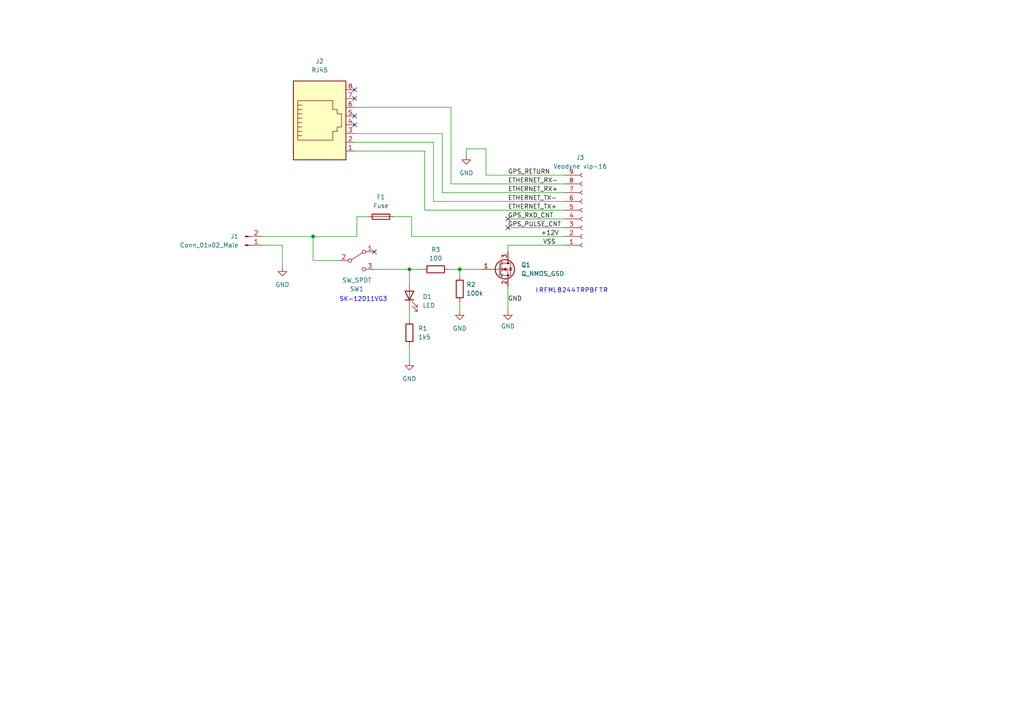
<source format=kicad_sch>
(kicad_sch (version 20211123) (generator eeschema)
  (paper "A4")
  (lib_symbols
    (symbol "Connector:Conn_01x02_Male" (pin_names (offset 1.016) hide)
      (property "Reference" "J" (at 0 2.54 0))
      (property "Value" "Conn_01x02_Male" (at 0 -5.08 0))
      (symbol "Conn_01x02_Male_1_1"
        (polyline (pts (xy 1.27 -2.54) (xy 0.8636 -2.54)) (stroke (width 0.1524)))
        (polyline (pts (xy 1.27 0) (xy 0.8636 0)) (stroke (width 0.1524)))
        (rectangle (start 0.8636 -2.413) (end 0 -2.667) (stroke (width 0.1524)) (fill (type outline)))
        (rectangle (start 0.8636 0.127) (end 0 -0.127) (stroke (width 0.1524)) (fill (type outline)))
        (pin passive line (at 5.08 0 180) (length 3.81) (name "Pin_1") (number "1"))
        (pin passive line (at 5.08 -2.54 180) (length 3.81) (name "Pin_2") (number "2"))
      )
    )
    (symbol "Connector:Conn_01x09_Female" (pin_names (offset 1.016) hide)
      (property "Reference" "J" (at 0 12.7 0))
      (property "Value" "Conn_01x09_Female" (at 0 -12.7 0))
      (symbol "Conn_01x09_Female_1_1"
        (arc (start 0 -9.652) (mid -0.508 -10.16) (end 0 -10.668) (stroke (width 0.1524)))
        (arc (start 0 -7.112) (mid -0.508 -7.62) (end 0 -8.128) (stroke (width 0.1524)))
        (arc (start 0 -4.572) (mid -0.508 -5.08) (end 0 -5.588) (stroke (width 0.1524)))
        (arc (start 0 -2.032) (mid -0.508 -2.54) (end 0 -3.048) (stroke (width 0.1524)))
        (polyline (pts (xy -1.27 -10.16) (xy -0.508 -10.16)) (stroke (width 0.1524)))
        (polyline (pts (xy -1.27 -7.62) (xy -0.508 -7.62)) (stroke (width 0.1524)))
        (polyline (pts (xy -1.27 -5.08) (xy -0.508 -5.08)) (stroke (width 0.1524)))
        (polyline (pts (xy -1.27 -2.54) (xy -0.508 -2.54)) (stroke (width 0.1524)))
        (polyline (pts (xy -1.27 0) (xy -0.508 0)) (stroke (width 0.1524)))
        (polyline (pts (xy -1.27 2.54) (xy -0.508 2.54)) (stroke (width 0.1524)))
        (polyline (pts (xy -1.27 5.08) (xy -0.508 5.08)) (stroke (width 0.1524)))
        (polyline (pts (xy -1.27 7.62) (xy -0.508 7.62)) (stroke (width 0.1524)))
        (polyline (pts (xy -1.27 10.16) (xy -0.508 10.16)) (stroke (width 0.1524)))
        (arc (start 0 0.508) (mid -0.508 0) (end 0 -0.508) (stroke (width 0.1524)))
        (arc (start 0 3.048) (mid -0.508 2.54) (end 0 2.032) (stroke (width 0.1524)))
        (arc (start 0 5.588) (mid -0.508 5.08) (end 0 4.572) (stroke (width 0.1524)))
        (arc (start 0 8.128) (mid -0.508 7.62) (end 0 7.112) (stroke (width 0.1524)))
        (arc (start 0 10.668) (mid -0.508 10.16) (end 0 9.652) (stroke (width 0.1524)))
        (pin passive line (at -5.08 10.16 0) (length 3.81) (name "Pin_1") (number "1"))
        (pin passive line (at -5.08 7.62 0) (length 3.81) (name "Pin_2") (number "2"))
        (pin passive line (at -5.08 5.08 0) (length 3.81) (name "Pin_3") (number "3"))
        (pin passive line (at -5.08 2.54 0) (length 3.81) (name "Pin_4") (number "4"))
        (pin passive line (at -5.08 0 0) (length 3.81) (name "Pin_5") (number "5"))
        (pin passive line (at -5.08 -2.54 0) (length 3.81) (name "Pin_6") (number "6"))
        (pin passive line (at -5.08 -5.08 0) (length 3.81) (name "Pin_7") (number "7"))
        (pin passive line (at -5.08 -7.62 0) (length 3.81) (name "Pin_8") (number "8"))
        (pin passive line (at -5.08 -10.16 0) (length 3.81) (name "Pin_9") (number "9"))
      )
    )
    (symbol "Connector:RJ45" (pin_names (offset 1.016))
      (property "Reference" "J" (at -5.08 13.97 0))
      (property "Value" "RJ45" (at 2.54 13.97 0))
      (symbol "RJ45_0_1"
        (polyline (pts (xy -5.08 4.445) (xy -6.35 4.445)))
        (polyline (pts (xy -5.08 5.715) (xy -6.35 5.715)))
        (polyline (pts (xy -6.35 -3.175) (xy -5.08 -3.175) (xy -5.08 -3.175)))
        (polyline (pts (xy -6.35 -1.905) (xy -5.08 -1.905) (xy -5.08 -1.905)))
        (polyline (pts (xy -6.35 -0.635) (xy -5.08 -0.635) (xy -5.08 -0.635)))
        (polyline (pts (xy -6.35 0.635) (xy -5.08 0.635) (xy -5.08 0.635)))
        (polyline (pts (xy -6.35 1.905) (xy -5.08 1.905) (xy -5.08 1.905)))
        (polyline (pts (xy -5.08 3.175) (xy -6.35 3.175) (xy -6.35 3.175)))
        (polyline (pts (xy -6.35 -4.445) (xy -6.35 6.985) (xy 3.81 6.985) (xy 3.81 4.445) (xy 5.08 4.445) (xy 5.08 3.175) (xy 6.35 3.175) (xy 6.35 -0.635) (xy 5.08 -0.635) (xy 5.08 -1.905) (xy 3.81 -1.905) (xy 3.81 -4.445) (xy -6.35 -4.445) (xy -6.35 -4.445)))
        (rectangle (start 7.62 12.7) (end -7.62 -10.16) (stroke (width 0.254)) (fill (type background)))
      )
      (symbol "RJ45_1_1"
        (pin passive line (at 10.16 -7.62 180) (length 2.54) (name "~") (number "1"))
        (pin passive line (at 10.16 -5.08 180) (length 2.54) (name "~") (number "2"))
        (pin passive line (at 10.16 -2.54 180) (length 2.54) (name "~") (number "3"))
        (pin passive line (at 10.16 0 180) (length 2.54) (name "~") (number "4"))
        (pin passive line (at 10.16 2.54 180) (length 2.54) (name "~") (number "5"))
        (pin passive line (at 10.16 5.08 180) (length 2.54) (name "~") (number "6"))
        (pin passive line (at 10.16 7.62 180) (length 2.54) (name "~") (number "7"))
        (pin passive line (at 10.16 10.16 180) (length 2.54) (name "~") (number "8"))
      )
    )
    (symbol "Device:Fuse" (pin_numbers hide) (pin_names (offset 0))
      (property "Reference" "F" (at 2.032 0 90))
      (property "Value" "Fuse" (at -1.905 0 90))
      (symbol "Fuse_0_1"
        (rectangle (start -0.762 -2.54) (end 0.762 2.54) (stroke (width 0.254)))
        (polyline (pts (xy 0 2.54) (xy 0 -2.54)))
      )
      (symbol "Fuse_1_1"
        (pin passive line (at 0 3.81 270) (length 1.27) (name "~") (number "1"))
        (pin passive line (at 0 -3.81 90) (length 1.27) (name "~") (number "2"))
      )
    )
    (symbol "Device:LED" (pin_numbers hide) (pin_names (offset 1.016) hide)
      (property "Reference" "D" (at 0 2.54 0))
      (property "Value" "LED" (at 0 -2.54 0))
      (symbol "LED_0_1"
        (polyline (pts (xy -1.27 -1.27) (xy -1.27 1.27)) (stroke (width 0.254)))
        (polyline (pts (xy -1.27 0) (xy 1.27 0)))
        (polyline (pts (xy 1.27 -1.27) (xy 1.27 1.27) (xy -1.27 0) (xy 1.27 -1.27)) (stroke (width 0.254)))
        (polyline (pts (xy -3.048 -0.762) (xy -4.572 -2.286) (xy -3.81 -2.286) (xy -4.572 -2.286) (xy -4.572 -1.524)))
        (polyline (pts (xy -1.778 -0.762) (xy -3.302 -2.286) (xy -2.54 -2.286) (xy -3.302 -2.286) (xy -3.302 -1.524)))
      )
      (symbol "LED_1_1"
        (pin passive line (at -3.81 0 0) (length 2.54) (name "K") (number "1"))
        (pin passive line (at 3.81 0 180) (length 2.54) (name "A") (number "2"))
      )
    )
    (symbol "Device:Q_NMOS_GSD" (pin_names (offset 0) hide)
      (property "Reference" "Q" (at 5.08 1.27 0))
      (property "Value" "Q_NMOS_GSD" (at 5.08 -1.27 0))
      (symbol "Q_NMOS_GSD_0_1"
        (polyline (pts (xy 0.254 0) (xy -2.54 0)))
        (polyline (pts (xy 0.254 1.905) (xy 0.254 -1.905)) (stroke (width 0.254)))
        (polyline (pts (xy 0.762 -1.27) (xy 0.762 -2.286)) (stroke (width 0.254)))
        (polyline (pts (xy 0.762 0.508) (xy 0.762 -0.508)) (stroke (width 0.254)))
        (polyline (pts (xy 0.762 2.286) (xy 0.762 1.27)) (stroke (width 0.254)))
        (polyline (pts (xy 2.54 2.54) (xy 2.54 1.778)))
        (polyline (pts (xy 2.54 -2.54) (xy 2.54 0) (xy 0.762 0)))
        (polyline (pts (xy 0.762 -1.778) (xy 3.302 -1.778) (xy 3.302 1.778) (xy 0.762 1.778)))
        (polyline (pts (xy 1.016 0) (xy 2.032 0.381) (xy 2.032 -0.381) (xy 1.016 0)) (fill (type outline)))
        (polyline (pts (xy 2.794 0.508) (xy 2.921 0.381) (xy 3.683 0.381) (xy 3.81 0.254)))
        (polyline (pts (xy 3.302 0.381) (xy 2.921 -0.254) (xy 3.683 -0.254) (xy 3.302 0.381)))
        (circle (center 1.651 0) (radius 2.794) (stroke (width 0.254)))
        (circle (center 2.54 -1.778) (radius 0.254) (fill (type outline)))
        (circle (center 2.54 1.778) (radius 0.254) (fill (type outline)))
      )
      (symbol "Q_NMOS_GSD_1_1"
        (pin input line (at -5.08 0 0) (length 2.54) (name "G") (number "1"))
        (pin passive line (at 2.54 -5.08 90) (length 2.54) (name "S") (number "2"))
        (pin passive line (at 2.54 5.08 270) (length 2.54) (name "D") (number "3"))
      )
    )
    (symbol "Device:R" (pin_numbers hide) (pin_names (offset 0))
      (property "Reference" "R" (at 2.032 0 90))
      (property "Value" "R" (at 0 0 90))
      (symbol "R_0_1"
        (rectangle (start -1.016 -2.54) (end 1.016 2.54) (stroke (width 0.254)))
      )
      (symbol "R_1_1"
        (pin passive line (at 0 3.81 270) (length 1.27) (name "~") (number "1"))
        (pin passive line (at 0 -3.81 90) (length 1.27) (name "~") (number "2"))
      )
    )
    (symbol "Switch:SW_SPDT" (pin_names (offset 0) hide)
      (property "Reference" "SW" (at 0 4.318 0))
      (property "Value" "SW_SPDT" (at 0 -5.08 0))
      (symbol "SW_SPDT_0_0"
        (circle (center -2.032 0) (radius 0.508))
        (circle (center 2.032 -2.54) (radius 0.508))
      )
      (symbol "SW_SPDT_0_1"
        (polyline (pts (xy -1.524 0.254) (xy 1.651 2.286)))
        (circle (center 2.032 2.54) (radius 0.508))
      )
      (symbol "SW_SPDT_1_1"
        (pin passive line (at 5.08 2.54 180) (length 2.54) (name "A") (number "1"))
        (pin passive line (at -5.08 0 0) (length 2.54) (name "B") (number "2"))
        (pin passive line (at 5.08 -2.54 180) (length 2.54) (name "C") (number "3"))
      )
    )
    (symbol "power:GND" (power) (pin_names (offset 0))
      (property "Value" "GND" (at 0 -3.81 0))
      (symbol "GND_0_1"
        (polyline (pts (xy 0 0) (xy 0 -1.27) (xy 1.27 -1.27) (xy 0 -2.54) (xy -1.27 -1.27) (xy 0 -1.27)))
      )
      (symbol "GND_1_1"
        (pin power_in line (at 0 0 270) (length 0) hide (name "GND") (number "1"))
      )
    )
  )
  (junction (at 133.35 78.105))
  (junction (at 90.805 68.58))
  (junction (at 118.745 78.105))
  (no_connect (at 147.32 66.04))
  (no_connect (at 147.32 63.5))
  (no_connect (at 102.87 36.195))
  (no_connect (at 102.87 26.035))
  (no_connect (at 102.87 28.575))
  (no_connect (at 102.87 33.655))
  (no_connect (at 108.585 73.025))
  (wire (pts (xy 90.805 68.58) (xy 103.505 68.58)))
  (wire (pts (xy 128.27 55.88) (xy 128.27 38.735)))
  (wire (pts (xy 125.73 58.42) (xy 125.73 41.275)))
  (wire (pts (xy 135.255 43.18) (xy 140.97 43.18)))
  (wire (pts (xy 128.27 38.735) (xy 102.87 38.735)))
  (wire (pts (xy 98.425 75.565) (xy 90.805 75.565)))
  (wire (pts (xy 108.585 78.105) (xy 118.745 78.105)))
  (wire (pts (xy 76.2 68.58) (xy 90.805 68.58)))
  (wire (pts (xy 119.38 62.865) (xy 119.38 68.58)))
  (wire (pts (xy 133.35 78.105) (xy 139.7 78.105)))
  (wire (pts (xy 128.27 55.88) (xy 163.83 55.88)))
  (wire (pts (xy 130.81 53.34) (xy 163.83 53.34)))
  (wire (pts (xy 130.175 78.105) (xy 133.35 78.105)))
  (wire (pts (xy 135.255 45.085) (xy 135.255 43.18)))
  (wire (pts (xy 103.505 62.865) (xy 106.68 62.865)))
  (wire (pts (xy 118.745 78.105) (xy 118.745 81.915)))
  (wire (pts (xy 123.19 60.96) (xy 163.83 60.96)))
  (wire (pts (xy 130.81 31.115) (xy 102.87 31.115)))
  (wire (pts (xy 123.19 60.96) (xy 123.19 43.815)))
  (wire (pts (xy 114.3 62.865) (xy 119.38 62.865)))
  (wire (pts (xy 140.97 50.8) (xy 163.83 50.8)))
  (wire (pts (xy 76.2 71.12) (xy 81.915 71.12)))
  (wire (pts (xy 130.81 53.34) (xy 130.81 31.115)))
  (wire (pts (xy 147.32 71.12) (xy 147.32 73.025)))
  (wire (pts (xy 133.35 78.105) (xy 133.35 80.01)))
  (wire (pts (xy 140.97 43.18) (xy 140.97 50.8)))
  (wire (pts (xy 123.19 43.815) (xy 102.87 43.815)))
  (wire (pts (xy 81.915 71.12) (xy 81.915 77.47)))
  (wire (pts (xy 103.505 68.58) (xy 103.505 62.865)))
  (wire (pts (xy 147.32 63.5) (xy 163.83 63.5)))
  (wire (pts (xy 133.35 87.63) (xy 133.35 90.17)))
  (wire (pts (xy 118.745 78.105) (xy 122.555 78.105)))
  (wire (pts (xy 118.745 100.33) (xy 118.745 104.775)))
  (wire (pts (xy 147.32 71.12) (xy 163.83 71.12)))
  (wire (pts (xy 125.73 41.275) (xy 102.87 41.275)))
  (wire (pts (xy 90.805 75.565) (xy 90.805 68.58)))
  (wire (pts (xy 118.745 89.535) (xy 118.745 92.71)))
  (wire (pts (xy 125.73 58.42) (xy 163.83 58.42)))
  (wire (pts (xy 147.32 66.04) (xy 163.83 66.04)))
  (wire (pts (xy 119.38 68.58) (xy 163.83 68.58)))
  (wire (pts (xy 147.32 83.185) (xy 147.32 90.17)))
  (text "ＩＲＦＭＬ８２４４ＴＲＰＢＦＴＲ" (at 154.94 85.09 0) (effects (font (size 1.27 1.27)) (justify left bottom)))
  (text "SK-12D11VG3" (at 98.425 87.63 0) (effects (font (size 1.27 1.27)) (justify left bottom)))
  (label "+12V" (at 156.845 68.58 0))
  (label "GPS_PULSE_CNT" (at 147.32 66.04 0))
  (label "GPS_RETURN" (at 147.32 50.8 0))
  (label "ETHERNET_TX+" (at 147.32 60.96 0))
  (label "ETHERNET_TX-" (at 147.32 58.42 0))
  (label "ETHERNET_RX+" (at 147.32 55.88 0))
  (label "GND" (at 147.32 87.63 0))
  (label "VSS" (at 157.48 71.12 0))
  (label "ETHERNET_RX-" (at 147.32 53.34 0))
  (label "GPS_RXD_CNT" (at 147.32 63.5 0))
  (symbol (lib_id "power:GND") (at 147.32 90.17 0) (unit 1)
    (property "Reference" "#PWR0102" (effects hide))
    (property "Value" "GND" (at 147.32 94.615 0))
  )
  (symbol (lib_id "Device:LED") (at 118.745 85.725 90) (unit 1)
    (property "Reference" "D1" (at 122.555 86.0424 90) (effects (justify right)))
    (property "Value" "LED" (at 122.555 88.5824 90) (effects (justify right)))
    (property "Footprint" "LED_SMD:LED_0603_1608Metric" (effects hide))
  )
  (symbol (lib_id "Connector:Conn_01x02_Male") (at 71.12 71.12 0) (mirror x) (unit 1)
    (property "Reference" "J1" (at 69.215 68.5799 0) (effects (justify right)))
    (property "Value" "Conn_01x02_Male" (at 69.215 71.1199 0) (effects (justify right)))
    (property "Footprint" "Connector_AMASS:AMASS_XT30PW-M_1x02_P2.50mm_Horizontal" (effects hide))
  )
  (symbol (lib_id "Switch:SW_SPDT") (at 103.505 75.565 0) (unit 1)
    (property "Reference" "SW1" (at 103.505 83.82 0))
    (property "Value" "SW_SPDT" (at 103.505 81.28 0))
    (property "Footprint" "Button_Switch_THT:SW_CuK_OS102011MA1QN1_SPDT_Angled" (effects hide))
  )
  (symbol (lib_id "power:GND") (at 135.255 45.085 0) (unit 1)
    (property "Reference" "#PWR0101" (effects hide))
    (property "Value" "GND" (at 135.255 50.165 0))
  )
  (symbol (lib_id "Device:R") (at 126.365 78.105 90) (unit 1)
    (property "Reference" "R3" (at 126.365 72.39 90))
    (property "Value" "100" (at 126.365 74.93 90))
    (property "Footprint" "Resistor_SMD:R_0603_1608Metric" (effects hide))
  )
  (symbol (lib_id "Device:R") (at 133.35 83.82 0) (unit 1)
    (property "Reference" "R2" (at 135.255 82.5499 0) (effects (justify left)))
    (property "Value" "100k" (at 135.255 85.0899 0) (effects (justify left)))
    (property "Footprint" "Resistor_SMD:R_0603_1608Metric" (effects hide))
  )
  (symbol (lib_id "Device:Q_NMOS_GSD") (at 144.78 78.105 0) (unit 1)
    (property "Reference" "Q1" (at 151.13 76.8349 0) (effects (justify left)))
    (property "Value" "Q_NMOS_GSD" (at 151.13 79.3749 0) (effects (justify left)))
    (property "Footprint" "Package_TO_SOT_SMD:SOT-23W" (effects hide))
  )
  (symbol (lib_id "Connector:RJ45") (at 92.71 36.195 0) (unit 1)
    (property "Reference" "J2" (at 92.71 17.78 0))
    (property "Value" "RJ45" (at 92.71 20.32 0))
    (property "Footprint" "Connector_RJ:RJ45_Wuerth_7499010001A_Horizontal" (effects hide))
  )
  (symbol (lib_id "power:GND") (at 133.35 90.17 0) (unit 1)
    (property "Reference" "#PWR0103" (effects hide))
    (property "Value" "GND" (at 133.35 95.25 0))
  )
  (symbol (lib_id "Connector:Conn_01x09_Female") (at 168.91 60.96 0) (mirror x) (unit 1)
    (property "Reference" "J3" (at 168.275 45.72 0))
    (property "Value" "Veodyne vlp-16" (at 168.275 48.26 0))
    (property "Footprint" "TerminalBlock_TE-Connectivity:TerminalBlock_TE_282834-9_1x09_P2.54mm_Horizontal" (effects hide))
  )
  (symbol (lib_id "power:GND") (at 118.745 104.775 0) (unit 1)
    (property "Reference" "#PWR0105" (effects hide))
    (property "Value" "GND" (at 118.745 109.855 0))
  )
  (symbol (lib_id "Device:Fuse") (at 110.49 62.865 90) (unit 1)
    (property "Reference" "F1" (at 110.49 57.15 90))
    (property "Value" "Fuse" (at 110.49 59.69 90))
    (property "Footprint" "Fuse:Fuseholder_Blade_Mini_Keystone_3568" (effects hide))
  )
  (symbol (lib_id "power:GND") (at 81.915 77.47 0) (unit 1)
    (property "Reference" "#PWR0104" (effects hide))
    (property "Value" "GND" (at 81.915 82.55 0))
  )
  (symbol (lib_id "Device:R") (at 118.745 96.52 180) (unit 1)
    (property "Reference" "R1" (at 121.285 95.2499 0) (effects (justify right)))
    (property "Value" "1k5" (at 121.285 97.7899 0) (effects (justify right)))
    (property "Footprint" "Resistor_SMD:R_0603_1608Metric" (effects hide))
  )
)
</source>
